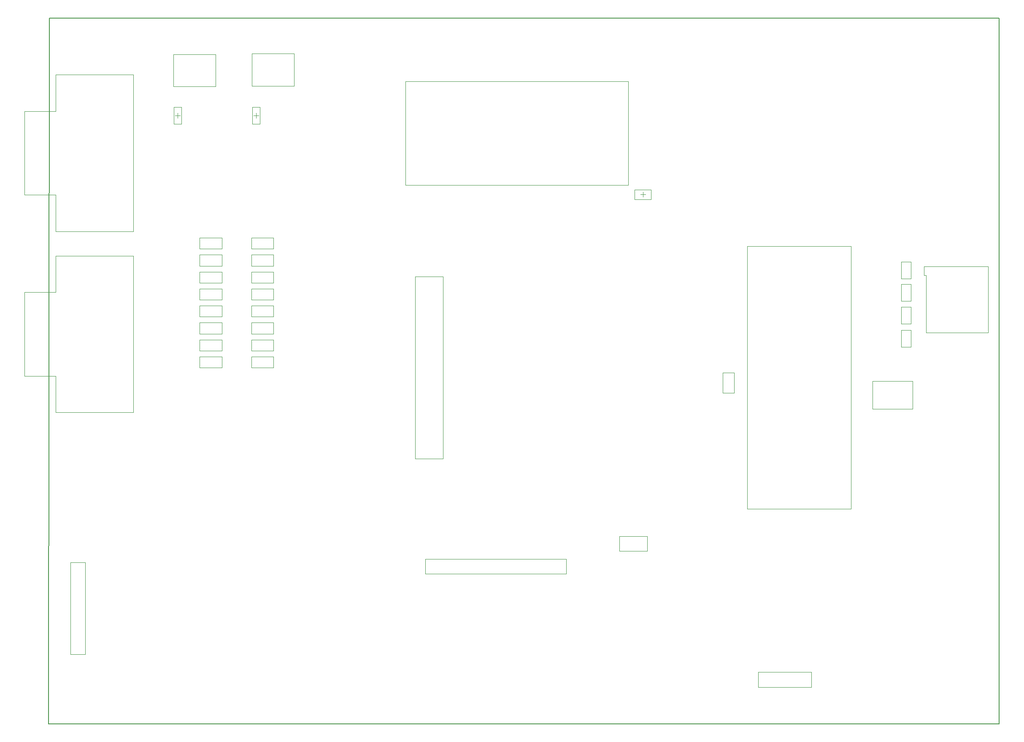
<source format=gbr>
G04*
G04 #@! TF.GenerationSoftware,Altium Limited,Altium Designer,22.4.2 (48)*
G04*
G04 Layer_Color=4660084*
%FSLAX25Y25*%
%MOIN*%
G70*
G04*
G04 #@! TF.SameCoordinates,08344E4B-EA76-4565-9D62-395010ACA534*
G04*
G04*
G04 #@! TF.FilePolarity,Positive*
G04*
G01*
G75*
%ADD10C,0.00787*%
%ADD70C,0.00197*%
%ADD71C,0.00394*%
D10*
X0Y0D02*
X751000D01*
Y558000D01*
X500D02*
X751000D01*
X0Y0D02*
X500Y558000D01*
D70*
X551931Y170000D02*
Y377492D01*
X633921D02*
X633921Y170000D01*
X551931Y377492D02*
X633921D01*
X551931Y170000D02*
X633921D01*
X693386Y309394D02*
X742402D01*
Y361559D01*
X691417D02*
X742402D01*
X691417Y354472D02*
Y361559D01*
Y354472D02*
X693386D01*
Y309394D02*
Y354472D01*
X651000Y270905D02*
X682484D01*
X651000Y249095D02*
Y270905D01*
Y249095D02*
X682484D01*
Y270905D01*
X560500Y41000D02*
X602484D01*
X560500Y29094D02*
Y41000D01*
Y29094D02*
X602484D01*
Y41000D01*
X451016Y136500D02*
Y148406D01*
X473000D01*
Y136500D02*
Y148406D01*
X451016Y136500D02*
X473000D01*
X297516Y118500D02*
X409000D01*
Y130405D01*
X297516D02*
X409000D01*
X297516Y118500D02*
Y130405D01*
X17095Y55016D02*
X29000D01*
X17095D02*
Y127500D01*
X29000D01*
Y55016D02*
Y127500D01*
X457992Y426000D02*
Y507990D01*
X282008Y426000D02*
Y507990D01*
Y426000D02*
X457992Y426000D01*
X282008Y507990D02*
X457992D01*
X463004Y414563D02*
Y422437D01*
X475996Y414563D02*
Y422437D01*
X463004D02*
X475996D01*
X463004Y414563D02*
X475996D01*
X160472Y504347D02*
Y529937D01*
Y504347D02*
X193937D01*
Y529937D01*
X160472D02*
X193937D01*
X161047Y474307D02*
Y487693D01*
X166953Y474307D02*
Y487693D01*
X161047Y474307D02*
X166953D01*
X161047Y487693D02*
X166953D01*
X99047Y474307D02*
Y487693D01*
X104953Y474307D02*
Y487693D01*
X99047Y474307D02*
X104953D01*
X99047Y487693D02*
X104953D01*
X5622Y370110D02*
X66764D01*
X5622Y341252D02*
Y370110D01*
X-19063Y341252D02*
X5622D01*
X-19063Y275110D02*
Y341252D01*
Y275110D02*
X5622D01*
Y246252D02*
Y275110D01*
Y246252D02*
X66764D01*
Y370110D01*
X5622Y513323D02*
X66764D01*
X5622Y484465D02*
Y513323D01*
X-19063Y484465D02*
X5622D01*
X-19063Y418323D02*
Y484465D01*
Y418323D02*
X5622D01*
Y389465D02*
Y418323D01*
Y389465D02*
X66764D01*
Y513323D01*
X289516Y209500D02*
Y353484D01*
Y209500D02*
X311484D01*
Y353484D01*
X289516D02*
X311484D01*
X98472Y503847D02*
Y529437D01*
Y503847D02*
X131937D01*
Y529437D01*
X98472D02*
X131937D01*
X160280Y344047D02*
X177720D01*
X160280Y335268D02*
X177720D01*
Y344047D01*
X160280Y335268D02*
Y344047D01*
Y384390D02*
X177720D01*
X160280Y375610D02*
X177720D01*
Y384390D01*
X160280Y375610D02*
Y384390D01*
Y370890D02*
X177720D01*
X160280Y362110D02*
X177720D01*
Y370890D01*
X160280Y362110D02*
Y370890D01*
Y290362D02*
X177720D01*
X160280Y281583D02*
X177720D01*
Y290362D01*
X160280Y281583D02*
Y290362D01*
Y303783D02*
X177720D01*
X160280Y295004D02*
X177720D01*
Y303783D01*
X160280Y295004D02*
Y303783D01*
Y317205D02*
X177720D01*
X160280Y308425D02*
X177720D01*
Y317205D01*
X160280Y308425D02*
Y317205D01*
Y330622D02*
X177720D01*
X160280Y321843D02*
X177720D01*
Y330622D01*
X160280Y321843D02*
Y330622D01*
Y357465D02*
X177720D01*
X160280Y348685D02*
X177720D01*
Y357465D01*
X160280Y348685D02*
Y357465D01*
X136917Y281583D02*
Y290362D01*
X119083D02*
X136917D01*
X119083Y281583D02*
Y290362D01*
Y281583D02*
X136917D01*
Y295004D02*
Y303783D01*
X119083D02*
X136917D01*
X119083Y295004D02*
Y303783D01*
Y295004D02*
X136917D01*
Y308425D02*
Y317205D01*
X119083D02*
X136917D01*
X119083Y308425D02*
Y317205D01*
Y308425D02*
X136917D01*
Y321843D02*
Y330622D01*
X119083D02*
X136917D01*
X119083Y321843D02*
Y330622D01*
Y321843D02*
X136917D01*
Y335268D02*
Y344047D01*
X119083D02*
X136917D01*
X119083Y335268D02*
Y344047D01*
Y335268D02*
X136917D01*
Y348685D02*
Y357465D01*
X119083D02*
X136917D01*
X119083Y348685D02*
Y357465D01*
Y348685D02*
X136917D01*
Y362110D02*
Y370890D01*
X119083D02*
X136917D01*
X119083Y362110D02*
Y370890D01*
Y362110D02*
X136917D01*
Y375610D02*
Y384390D01*
X119083D02*
X136917D01*
X119083Y375610D02*
Y384390D01*
Y375610D02*
X136917D01*
X673721Y297847D02*
Y311154D01*
X681280D01*
Y297847D02*
Y311154D01*
X673721Y297847D02*
X681280D01*
X673721Y316347D02*
Y329654D01*
X681280D01*
Y316347D02*
Y329654D01*
X673721Y316347D02*
X681280D01*
X673721Y334347D02*
Y347654D01*
X681280D01*
Y334347D02*
Y347654D01*
X673721Y334347D02*
X681280D01*
X673721Y351847D02*
Y365154D01*
X681280D01*
Y351847D02*
Y365154D01*
X673721Y351847D02*
X681280D01*
X532472Y261517D02*
X541528D01*
X532472Y277621D02*
X541528D01*
Y261517D02*
Y277621D01*
X532472Y261517D02*
Y277621D01*
D71*
X467531Y418500D02*
X471468D01*
X469500Y416532D02*
Y420469D01*
X162031Y481000D02*
X165969D01*
X164000Y479032D02*
Y482969D01*
X100031Y481000D02*
X103969D01*
X102000Y479032D02*
Y482969D01*
M02*

</source>
